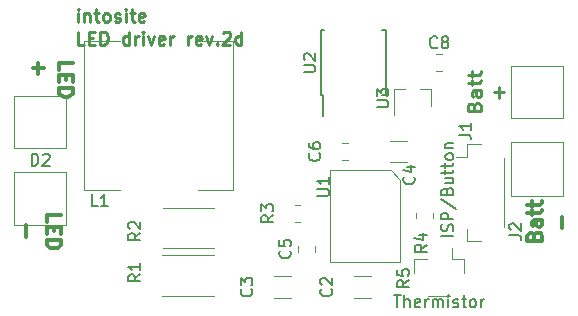
<source format=gbr>
%TF.GenerationSoftware,KiCad,Pcbnew,(5.1.9)-1*%
%TF.CreationDate,2021-04-21T23:55:58+08:00*%
%TF.ProjectId,xhp70-driver,78687037-302d-4647-9269-7665722e6b69,rev?*%
%TF.SameCoordinates,Original*%
%TF.FileFunction,Legend,Top*%
%TF.FilePolarity,Positive*%
%FSLAX46Y46*%
G04 Gerber Fmt 4.6, Leading zero omitted, Abs format (unit mm)*
G04 Created by KiCad (PCBNEW (5.1.9)-1) date 2021-04-21 23:55:58*
%MOMM*%
%LPD*%
G01*
G04 APERTURE LIST*
%ADD10C,0.275000*%
%ADD11C,0.312500*%
%ADD12C,0.200000*%
%ADD13C,0.120000*%
%ADD14C,0.150000*%
G04 APERTURE END LIST*
D10*
X117690654Y-52535119D02*
X117690654Y-51801785D01*
X117690654Y-51435119D02*
X117638273Y-51487500D01*
X117690654Y-51539880D01*
X117743035Y-51487500D01*
X117690654Y-51435119D01*
X117690654Y-51539880D01*
X118214464Y-51801785D02*
X118214464Y-52535119D01*
X118214464Y-51906547D02*
X118266845Y-51854166D01*
X118371607Y-51801785D01*
X118528750Y-51801785D01*
X118633511Y-51854166D01*
X118685892Y-51958928D01*
X118685892Y-52535119D01*
X119052559Y-51801785D02*
X119471607Y-51801785D01*
X119209702Y-51435119D02*
X119209702Y-52377976D01*
X119262083Y-52482738D01*
X119366845Y-52535119D01*
X119471607Y-52535119D01*
X119995416Y-52535119D02*
X119890654Y-52482738D01*
X119838273Y-52430357D01*
X119785892Y-52325595D01*
X119785892Y-52011309D01*
X119838273Y-51906547D01*
X119890654Y-51854166D01*
X119995416Y-51801785D01*
X120152559Y-51801785D01*
X120257321Y-51854166D01*
X120309702Y-51906547D01*
X120362083Y-52011309D01*
X120362083Y-52325595D01*
X120309702Y-52430357D01*
X120257321Y-52482738D01*
X120152559Y-52535119D01*
X119995416Y-52535119D01*
X120781130Y-52482738D02*
X120885892Y-52535119D01*
X121095416Y-52535119D01*
X121200178Y-52482738D01*
X121252559Y-52377976D01*
X121252559Y-52325595D01*
X121200178Y-52220833D01*
X121095416Y-52168452D01*
X120938273Y-52168452D01*
X120833511Y-52116071D01*
X120781130Y-52011309D01*
X120781130Y-51958928D01*
X120833511Y-51854166D01*
X120938273Y-51801785D01*
X121095416Y-51801785D01*
X121200178Y-51854166D01*
X121723988Y-52535119D02*
X121723988Y-51801785D01*
X121723988Y-51435119D02*
X121671607Y-51487500D01*
X121723988Y-51539880D01*
X121776369Y-51487500D01*
X121723988Y-51435119D01*
X121723988Y-51539880D01*
X122090654Y-51801785D02*
X122509702Y-51801785D01*
X122247797Y-51435119D02*
X122247797Y-52377976D01*
X122300178Y-52482738D01*
X122404940Y-52535119D01*
X122509702Y-52535119D01*
X123295416Y-52482738D02*
X123190654Y-52535119D01*
X122981130Y-52535119D01*
X122876369Y-52482738D01*
X122823988Y-52377976D01*
X122823988Y-51958928D01*
X122876369Y-51854166D01*
X122981130Y-51801785D01*
X123190654Y-51801785D01*
X123295416Y-51854166D01*
X123347797Y-51958928D01*
X123347797Y-52063690D01*
X122823988Y-52168452D01*
X118214464Y-54460119D02*
X117690654Y-54460119D01*
X117690654Y-53360119D01*
X118581130Y-53883928D02*
X118947797Y-53883928D01*
X119104940Y-54460119D02*
X118581130Y-54460119D01*
X118581130Y-53360119D01*
X119104940Y-53360119D01*
X119576369Y-54460119D02*
X119576369Y-53360119D01*
X119838273Y-53360119D01*
X119995416Y-53412500D01*
X120100178Y-53517261D01*
X120152559Y-53622023D01*
X120204940Y-53831547D01*
X120204940Y-53988690D01*
X120152559Y-54198214D01*
X120100178Y-54302976D01*
X119995416Y-54407738D01*
X119838273Y-54460119D01*
X119576369Y-54460119D01*
X121985892Y-54460119D02*
X121985892Y-53360119D01*
X121985892Y-54407738D02*
X121881130Y-54460119D01*
X121671607Y-54460119D01*
X121566845Y-54407738D01*
X121514464Y-54355357D01*
X121462083Y-54250595D01*
X121462083Y-53936309D01*
X121514464Y-53831547D01*
X121566845Y-53779166D01*
X121671607Y-53726785D01*
X121881130Y-53726785D01*
X121985892Y-53779166D01*
X122509702Y-54460119D02*
X122509702Y-53726785D01*
X122509702Y-53936309D02*
X122562083Y-53831547D01*
X122614464Y-53779166D01*
X122719226Y-53726785D01*
X122823988Y-53726785D01*
X123190654Y-54460119D02*
X123190654Y-53726785D01*
X123190654Y-53360119D02*
X123138273Y-53412500D01*
X123190654Y-53464880D01*
X123243035Y-53412500D01*
X123190654Y-53360119D01*
X123190654Y-53464880D01*
X123609702Y-53726785D02*
X123871607Y-54460119D01*
X124133511Y-53726785D01*
X124971607Y-54407738D02*
X124866845Y-54460119D01*
X124657321Y-54460119D01*
X124552559Y-54407738D01*
X124500178Y-54302976D01*
X124500178Y-53883928D01*
X124552559Y-53779166D01*
X124657321Y-53726785D01*
X124866845Y-53726785D01*
X124971607Y-53779166D01*
X125023988Y-53883928D01*
X125023988Y-53988690D01*
X124500178Y-54093452D01*
X125495416Y-54460119D02*
X125495416Y-53726785D01*
X125495416Y-53936309D02*
X125547797Y-53831547D01*
X125600178Y-53779166D01*
X125704940Y-53726785D01*
X125809702Y-53726785D01*
X127014464Y-54460119D02*
X127014464Y-53726785D01*
X127014464Y-53936309D02*
X127066845Y-53831547D01*
X127119226Y-53779166D01*
X127223988Y-53726785D01*
X127328750Y-53726785D01*
X128114464Y-54407738D02*
X128009702Y-54460119D01*
X127800178Y-54460119D01*
X127695416Y-54407738D01*
X127643035Y-54302976D01*
X127643035Y-53883928D01*
X127695416Y-53779166D01*
X127800178Y-53726785D01*
X128009702Y-53726785D01*
X128114464Y-53779166D01*
X128166845Y-53883928D01*
X128166845Y-53988690D01*
X127643035Y-54093452D01*
X128533511Y-53726785D02*
X128795416Y-54460119D01*
X129057321Y-53726785D01*
X129476369Y-54355357D02*
X129528750Y-54407738D01*
X129476369Y-54460119D01*
X129423988Y-54407738D01*
X129476369Y-54355357D01*
X129476369Y-54460119D01*
X129947797Y-53464880D02*
X130000178Y-53412500D01*
X130104940Y-53360119D01*
X130366845Y-53360119D01*
X130471607Y-53412500D01*
X130523988Y-53464880D01*
X130576369Y-53569642D01*
X130576369Y-53674404D01*
X130523988Y-53831547D01*
X129895416Y-54460119D01*
X130576369Y-54460119D01*
X131519226Y-54460119D02*
X131519226Y-53360119D01*
X131519226Y-54407738D02*
X131414464Y-54460119D01*
X131204940Y-54460119D01*
X131100178Y-54407738D01*
X131047797Y-54355357D01*
X130995416Y-54250595D01*
X130995416Y-53936309D01*
X131047797Y-53831547D01*
X131100178Y-53779166D01*
X131204940Y-53726785D01*
X131414464Y-53726785D01*
X131519226Y-53779166D01*
X151208928Y-59690476D02*
X151261309Y-59511904D01*
X151313690Y-59452380D01*
X151418452Y-59392857D01*
X151575595Y-59392857D01*
X151680357Y-59452380D01*
X151732738Y-59511904D01*
X151785119Y-59630952D01*
X151785119Y-60107142D01*
X150685119Y-60107142D01*
X150685119Y-59690476D01*
X150737500Y-59571428D01*
X150789880Y-59511904D01*
X150894642Y-59452380D01*
X150999404Y-59452380D01*
X151104166Y-59511904D01*
X151156547Y-59571428D01*
X151208928Y-59690476D01*
X151208928Y-60107142D01*
X151785119Y-58321428D02*
X151208928Y-58321428D01*
X151104166Y-58380952D01*
X151051785Y-58500000D01*
X151051785Y-58738095D01*
X151104166Y-58857142D01*
X151732738Y-58321428D02*
X151785119Y-58440476D01*
X151785119Y-58738095D01*
X151732738Y-58857142D01*
X151627976Y-58916666D01*
X151523214Y-58916666D01*
X151418452Y-58857142D01*
X151366071Y-58738095D01*
X151366071Y-58440476D01*
X151313690Y-58321428D01*
X151051785Y-57904761D02*
X151051785Y-57428571D01*
X150685119Y-57726190D02*
X151627976Y-57726190D01*
X151732738Y-57666666D01*
X151785119Y-57547619D01*
X151785119Y-57428571D01*
X151051785Y-57190476D02*
X151051785Y-56714285D01*
X150685119Y-57011904D02*
X151627976Y-57011904D01*
X151732738Y-56952380D01*
X151785119Y-56833333D01*
X151785119Y-56714285D01*
X153291071Y-58976190D02*
X153291071Y-58023809D01*
X153710119Y-58500000D02*
X152872023Y-58500000D01*
D11*
X156316964Y-70690476D02*
X156376488Y-70511904D01*
X156436011Y-70452380D01*
X156555059Y-70392857D01*
X156733630Y-70392857D01*
X156852678Y-70452380D01*
X156912202Y-70511904D01*
X156971726Y-70630952D01*
X156971726Y-71107142D01*
X155721726Y-71107142D01*
X155721726Y-70690476D01*
X155781250Y-70571428D01*
X155840773Y-70511904D01*
X155959821Y-70452380D01*
X156078869Y-70452380D01*
X156197916Y-70511904D01*
X156257440Y-70571428D01*
X156316964Y-70690476D01*
X156316964Y-71107142D01*
X156971726Y-69321428D02*
X156316964Y-69321428D01*
X156197916Y-69380952D01*
X156138392Y-69500000D01*
X156138392Y-69738095D01*
X156197916Y-69857142D01*
X156912202Y-69321428D02*
X156971726Y-69440476D01*
X156971726Y-69738095D01*
X156912202Y-69857142D01*
X156793154Y-69916666D01*
X156674107Y-69916666D01*
X156555059Y-69857142D01*
X156495535Y-69738095D01*
X156495535Y-69440476D01*
X156436011Y-69321428D01*
X156138392Y-68904761D02*
X156138392Y-68428571D01*
X155721726Y-68726190D02*
X156793154Y-68726190D01*
X156912202Y-68666666D01*
X156971726Y-68547619D01*
X156971726Y-68428571D01*
X156138392Y-68190476D02*
X156138392Y-67714285D01*
X155721726Y-68011904D02*
X156793154Y-68011904D01*
X156912202Y-67952380D01*
X156971726Y-67833333D01*
X156971726Y-67714285D01*
X158683035Y-69976190D02*
X158683035Y-69023809D01*
D12*
X149452380Y-70678571D02*
X148452380Y-70678571D01*
X149404761Y-70250000D02*
X149452380Y-70107142D01*
X149452380Y-69869047D01*
X149404761Y-69773809D01*
X149357142Y-69726190D01*
X149261904Y-69678571D01*
X149166666Y-69678571D01*
X149071428Y-69726190D01*
X149023809Y-69773809D01*
X148976190Y-69869047D01*
X148928571Y-70059523D01*
X148880952Y-70154761D01*
X148833333Y-70202380D01*
X148738095Y-70250000D01*
X148642857Y-70250000D01*
X148547619Y-70202380D01*
X148500000Y-70154761D01*
X148452380Y-70059523D01*
X148452380Y-69821428D01*
X148500000Y-69678571D01*
X149452380Y-69250000D02*
X148452380Y-69250000D01*
X148452380Y-68869047D01*
X148500000Y-68773809D01*
X148547619Y-68726190D01*
X148642857Y-68678571D01*
X148785714Y-68678571D01*
X148880952Y-68726190D01*
X148928571Y-68773809D01*
X148976190Y-68869047D01*
X148976190Y-69250000D01*
X148404761Y-67535714D02*
X149690476Y-68392857D01*
X148928571Y-66869047D02*
X148976190Y-66726190D01*
X149023809Y-66678571D01*
X149119047Y-66630952D01*
X149261904Y-66630952D01*
X149357142Y-66678571D01*
X149404761Y-66726190D01*
X149452380Y-66821428D01*
X149452380Y-67202380D01*
X148452380Y-67202380D01*
X148452380Y-66869047D01*
X148500000Y-66773809D01*
X148547619Y-66726190D01*
X148642857Y-66678571D01*
X148738095Y-66678571D01*
X148833333Y-66726190D01*
X148880952Y-66773809D01*
X148928571Y-66869047D01*
X148928571Y-67202380D01*
X148785714Y-65773809D02*
X149452380Y-65773809D01*
X148785714Y-66202380D02*
X149309523Y-66202380D01*
X149404761Y-66154761D01*
X149452380Y-66059523D01*
X149452380Y-65916666D01*
X149404761Y-65821428D01*
X149357142Y-65773809D01*
X148785714Y-65440476D02*
X148785714Y-65059523D01*
X148452380Y-65297619D02*
X149309523Y-65297619D01*
X149404761Y-65250000D01*
X149452380Y-65154761D01*
X149452380Y-65059523D01*
X148785714Y-64869047D02*
X148785714Y-64488095D01*
X148452380Y-64726190D02*
X149309523Y-64726190D01*
X149404761Y-64678571D01*
X149452380Y-64583333D01*
X149452380Y-64488095D01*
X149452380Y-64011904D02*
X149404761Y-64107142D01*
X149357142Y-64154761D01*
X149261904Y-64202380D01*
X148976190Y-64202380D01*
X148880952Y-64154761D01*
X148833333Y-64107142D01*
X148785714Y-64011904D01*
X148785714Y-63869047D01*
X148833333Y-63773809D01*
X148880952Y-63726190D01*
X148976190Y-63678571D01*
X149261904Y-63678571D01*
X149357142Y-63726190D01*
X149404761Y-63773809D01*
X149452380Y-63869047D01*
X149452380Y-64011904D01*
X148785714Y-63250000D02*
X149452380Y-63250000D01*
X148880952Y-63250000D02*
X148833333Y-63202380D01*
X148785714Y-63107142D01*
X148785714Y-62964285D01*
X148833333Y-62869047D01*
X148928571Y-62821428D01*
X149452380Y-62821428D01*
X144416666Y-75702380D02*
X144988095Y-75702380D01*
X144702380Y-76702380D02*
X144702380Y-75702380D01*
X145321428Y-76702380D02*
X145321428Y-75702380D01*
X145750000Y-76702380D02*
X145750000Y-76178571D01*
X145702380Y-76083333D01*
X145607142Y-76035714D01*
X145464285Y-76035714D01*
X145369047Y-76083333D01*
X145321428Y-76130952D01*
X146607142Y-76654761D02*
X146511904Y-76702380D01*
X146321428Y-76702380D01*
X146226190Y-76654761D01*
X146178571Y-76559523D01*
X146178571Y-76178571D01*
X146226190Y-76083333D01*
X146321428Y-76035714D01*
X146511904Y-76035714D01*
X146607142Y-76083333D01*
X146654761Y-76178571D01*
X146654761Y-76273809D01*
X146178571Y-76369047D01*
X147083333Y-76702380D02*
X147083333Y-76035714D01*
X147083333Y-76226190D02*
X147130952Y-76130952D01*
X147178571Y-76083333D01*
X147273809Y-76035714D01*
X147369047Y-76035714D01*
X147702380Y-76702380D02*
X147702380Y-76035714D01*
X147702380Y-76130952D02*
X147750000Y-76083333D01*
X147845238Y-76035714D01*
X147988095Y-76035714D01*
X148083333Y-76083333D01*
X148130952Y-76178571D01*
X148130952Y-76702380D01*
X148130952Y-76178571D02*
X148178571Y-76083333D01*
X148273809Y-76035714D01*
X148416666Y-76035714D01*
X148511904Y-76083333D01*
X148559523Y-76178571D01*
X148559523Y-76702380D01*
X149035714Y-76702380D02*
X149035714Y-76035714D01*
X149035714Y-75702380D02*
X148988095Y-75750000D01*
X149035714Y-75797619D01*
X149083333Y-75750000D01*
X149035714Y-75702380D01*
X149035714Y-75797619D01*
X149464285Y-76654761D02*
X149559523Y-76702380D01*
X149750000Y-76702380D01*
X149845238Y-76654761D01*
X149892857Y-76559523D01*
X149892857Y-76511904D01*
X149845238Y-76416666D01*
X149750000Y-76369047D01*
X149607142Y-76369047D01*
X149511904Y-76321428D01*
X149464285Y-76226190D01*
X149464285Y-76178571D01*
X149511904Y-76083333D01*
X149607142Y-76035714D01*
X149750000Y-76035714D01*
X149845238Y-76083333D01*
X150178571Y-76035714D02*
X150559523Y-76035714D01*
X150321428Y-75702380D02*
X150321428Y-76559523D01*
X150369047Y-76654761D01*
X150464285Y-76702380D01*
X150559523Y-76702380D01*
X151035714Y-76702380D02*
X150940476Y-76654761D01*
X150892857Y-76607142D01*
X150845238Y-76511904D01*
X150845238Y-76226190D01*
X150892857Y-76130952D01*
X150940476Y-76083333D01*
X151035714Y-76035714D01*
X151178571Y-76035714D01*
X151273809Y-76083333D01*
X151321428Y-76130952D01*
X151369047Y-76226190D01*
X151369047Y-76511904D01*
X151321428Y-76607142D01*
X151273809Y-76654761D01*
X151178571Y-76702380D01*
X151035714Y-76702380D01*
X151797619Y-76702380D02*
X151797619Y-76035714D01*
X151797619Y-76226190D02*
X151845238Y-76130952D01*
X151892857Y-76083333D01*
X151988095Y-76035714D01*
X152083333Y-76035714D01*
D11*
X116028273Y-56595982D02*
X116028273Y-56000744D01*
X117278273Y-56000744D01*
X116683035Y-57012648D02*
X116683035Y-57429315D01*
X116028273Y-57607886D02*
X116028273Y-57012648D01*
X117278273Y-57012648D01*
X117278273Y-57607886D01*
X116028273Y-58143601D02*
X117278273Y-58143601D01*
X117278273Y-58441220D01*
X117218750Y-58619791D01*
X117099702Y-58738839D01*
X116980654Y-58798363D01*
X116742559Y-58857886D01*
X116563988Y-58857886D01*
X116325892Y-58798363D01*
X116206845Y-58738839D01*
X116087797Y-58619791D01*
X116028273Y-58441220D01*
X116028273Y-58143601D01*
X114316964Y-56000744D02*
X114316964Y-56953125D01*
X113840773Y-56476934D02*
X114793154Y-56476934D01*
X115028273Y-69446428D02*
X115028273Y-68851190D01*
X116278273Y-68851190D01*
X115683035Y-69863095D02*
X115683035Y-70279761D01*
X115028273Y-70458333D02*
X115028273Y-69863095D01*
X116278273Y-69863095D01*
X116278273Y-70458333D01*
X115028273Y-70994047D02*
X116278273Y-70994047D01*
X116278273Y-71291666D01*
X116218750Y-71470238D01*
X116099702Y-71589285D01*
X115980654Y-71648809D01*
X115742559Y-71708333D01*
X115563988Y-71708333D01*
X115325892Y-71648809D01*
X115206845Y-71589285D01*
X115087797Y-71470238D01*
X115028273Y-71291666D01*
X115028273Y-70994047D01*
X113316964Y-69773809D02*
X113316964Y-70726190D01*
D13*
%TO.C,D2*%
X112299999Y-65250000D02*
X112299999Y-69750000D01*
X116699999Y-65250000D02*
X116699999Y-69750000D01*
X116699999Y-69750000D02*
X112299999Y-69750000D01*
X116699999Y-65250000D02*
X112299999Y-65250000D01*
X112299999Y-58800000D02*
X116699999Y-58800000D01*
X112299999Y-63200000D02*
X112299999Y-58800000D01*
X116699999Y-63200000D02*
X112299999Y-63200000D01*
X116699999Y-58800000D02*
X116699999Y-63200000D01*
%TO.C,U3*%
X147580000Y-58240000D02*
X147580000Y-59700000D01*
X144420000Y-58240000D02*
X144420000Y-60400000D01*
X144420000Y-58240000D02*
X145350000Y-58240000D01*
X147580000Y-58240000D02*
X146650000Y-58240000D01*
%TO.C,C8*%
X147988748Y-56735000D02*
X148511252Y-56735000D01*
X147988748Y-55265000D02*
X148511252Y-55265000D01*
%TO.C,J2*%
X153760000Y-64060000D02*
X153760000Y-69940000D01*
X150640000Y-71110000D02*
X150640000Y-70060000D01*
X151790000Y-71110000D02*
X150640000Y-71110000D01*
X150640000Y-63940000D02*
X149650000Y-63940000D01*
X150640000Y-62890000D02*
X150640000Y-63940000D01*
X151790000Y-62890000D02*
X150640000Y-62890000D01*
D14*
%TO.C,U2*%
X138450000Y-58750000D02*
X138450000Y-60500000D01*
X143755000Y-58750000D02*
X143755000Y-53250000D01*
X138245000Y-58750000D02*
X138245000Y-53250000D01*
X143755000Y-58750000D02*
X143455000Y-58750000D01*
X143755000Y-53250000D02*
X143455000Y-53250000D01*
X138245000Y-53250000D02*
X138545000Y-53250000D01*
X138245000Y-58750000D02*
X138450000Y-58750000D01*
D13*
%TO.C,U1*%
X139050000Y-65100000D02*
X144150000Y-65100000D01*
X139050000Y-72900000D02*
X139050000Y-65100000D01*
X144950000Y-72900000D02*
X139050000Y-72900000D01*
X144950000Y-65900000D02*
X144950000Y-72900000D01*
X144150000Y-65100000D02*
X144950000Y-65900000D01*
%TO.C,R5*%
X149190000Y-75760000D02*
X147310000Y-75760000D01*
X146140000Y-72640000D02*
X147190000Y-72640000D01*
X146140000Y-73790000D02*
X146140000Y-72640000D01*
X149310000Y-72640000D02*
X149310000Y-71650000D01*
X150360000Y-72640000D02*
X149310000Y-72640000D01*
X150360000Y-73790000D02*
X150360000Y-72640000D01*
%TO.C,R4*%
X147735000Y-69139564D02*
X147735000Y-68685436D01*
X146265000Y-69139564D02*
X146265000Y-68685436D01*
%TO.C,R3*%
X136022936Y-69485000D02*
X136477064Y-69485000D01*
X136022936Y-68015000D02*
X136477064Y-68015000D01*
%TO.C,R2*%
X129214564Y-68290000D02*
X124860436Y-68290000D01*
X129214564Y-71710000D02*
X124860436Y-71710000D01*
%TO.C,R1*%
X129177064Y-72290000D02*
X124822936Y-72290000D01*
X129177064Y-75710000D02*
X124822936Y-75710000D01*
%TO.C,L1*%
X118200000Y-54150000D02*
X121200000Y-54150000D01*
X118200000Y-66750000D02*
X118200000Y-54150000D01*
X121200000Y-66750000D02*
X118200000Y-66750000D01*
X130800000Y-66750000D02*
X127800000Y-66750000D01*
X130800000Y-54150000D02*
X130800000Y-66750000D01*
X127800000Y-54150000D02*
X130800000Y-54150000D01*
%TO.C,J1*%
X154300000Y-62750000D02*
X154300000Y-67250000D01*
X158700000Y-62750000D02*
X158700000Y-67250000D01*
X158700000Y-67250000D02*
X154300000Y-67250000D01*
X158700000Y-62750000D02*
X154300000Y-62750000D01*
X154300000Y-56300000D02*
X158700000Y-56300000D01*
X154300000Y-60700000D02*
X154300000Y-56300000D01*
X158700000Y-60700000D02*
X154300000Y-60700000D01*
X158700000Y-56300000D02*
X158700000Y-60700000D01*
%TO.C,C6*%
X140561252Y-62765000D02*
X140038748Y-62765000D01*
X140561252Y-64235000D02*
X140038748Y-64235000D01*
%TO.C,C5*%
X136265000Y-71488748D02*
X136265000Y-72011252D01*
X137735000Y-71488748D02*
X137735000Y-72011252D01*
%TO.C,C4*%
X144101248Y-64410000D02*
X145523752Y-64410000D01*
X144101248Y-62590000D02*
X145523752Y-62590000D01*
%TO.C,C3*%
X134288748Y-75910000D02*
X135711252Y-75910000D01*
X134288748Y-74090000D02*
X135711252Y-74090000D01*
%TO.C,C2*%
X141038748Y-75910000D02*
X142461252Y-75910000D01*
X141038748Y-74090000D02*
X142461252Y-74090000D01*
%TO.C,D2*%
D14*
X113761903Y-64702380D02*
X113761903Y-63702380D01*
X113999999Y-63702380D01*
X114142856Y-63750000D01*
X114238094Y-63845238D01*
X114285713Y-63940476D01*
X114333332Y-64130952D01*
X114333332Y-64273809D01*
X114285713Y-64464285D01*
X114238094Y-64559523D01*
X114142856Y-64654761D01*
X113999999Y-64702380D01*
X113761903Y-64702380D01*
X114714284Y-63797619D02*
X114761903Y-63750000D01*
X114857141Y-63702380D01*
X115095237Y-63702380D01*
X115190475Y-63750000D01*
X115238094Y-63797619D01*
X115285713Y-63892857D01*
X115285713Y-63988095D01*
X115238094Y-64130952D01*
X114666665Y-64702380D01*
X115285713Y-64702380D01*
%TO.C,U3*%
X142952380Y-59761904D02*
X143761904Y-59761904D01*
X143857142Y-59714285D01*
X143904761Y-59666666D01*
X143952380Y-59571428D01*
X143952380Y-59380952D01*
X143904761Y-59285714D01*
X143857142Y-59238095D01*
X143761904Y-59190476D01*
X142952380Y-59190476D01*
X142952380Y-58809523D02*
X142952380Y-58190476D01*
X143333333Y-58523809D01*
X143333333Y-58380952D01*
X143380952Y-58285714D01*
X143428571Y-58238095D01*
X143523809Y-58190476D01*
X143761904Y-58190476D01*
X143857142Y-58238095D01*
X143904761Y-58285714D01*
X143952380Y-58380952D01*
X143952380Y-58666666D01*
X143904761Y-58761904D01*
X143857142Y-58809523D01*
%TO.C,C8*%
X148083333Y-54677142D02*
X148035714Y-54724761D01*
X147892857Y-54772380D01*
X147797619Y-54772380D01*
X147654761Y-54724761D01*
X147559523Y-54629523D01*
X147511904Y-54534285D01*
X147464285Y-54343809D01*
X147464285Y-54200952D01*
X147511904Y-54010476D01*
X147559523Y-53915238D01*
X147654761Y-53820000D01*
X147797619Y-53772380D01*
X147892857Y-53772380D01*
X148035714Y-53820000D01*
X148083333Y-53867619D01*
X148654761Y-54200952D02*
X148559523Y-54153333D01*
X148511904Y-54105714D01*
X148464285Y-54010476D01*
X148464285Y-53962857D01*
X148511904Y-53867619D01*
X148559523Y-53820000D01*
X148654761Y-53772380D01*
X148845238Y-53772380D01*
X148940476Y-53820000D01*
X148988095Y-53867619D01*
X149035714Y-53962857D01*
X149035714Y-54010476D01*
X148988095Y-54105714D01*
X148940476Y-54153333D01*
X148845238Y-54200952D01*
X148654761Y-54200952D01*
X148559523Y-54248571D01*
X148511904Y-54296190D01*
X148464285Y-54391428D01*
X148464285Y-54581904D01*
X148511904Y-54677142D01*
X148559523Y-54724761D01*
X148654761Y-54772380D01*
X148845238Y-54772380D01*
X148940476Y-54724761D01*
X148988095Y-54677142D01*
X149035714Y-54581904D01*
X149035714Y-54391428D01*
X148988095Y-54296190D01*
X148940476Y-54248571D01*
X148845238Y-54200952D01*
%TO.C,J2*%
X154202380Y-70583333D02*
X154916666Y-70583333D01*
X155059523Y-70630952D01*
X155154761Y-70726190D01*
X155202380Y-70869047D01*
X155202380Y-70964285D01*
X154297619Y-70154761D02*
X154250000Y-70107142D01*
X154202380Y-70011904D01*
X154202380Y-69773809D01*
X154250000Y-69678571D01*
X154297619Y-69630952D01*
X154392857Y-69583333D01*
X154488095Y-69583333D01*
X154630952Y-69630952D01*
X155202380Y-70202380D01*
X155202380Y-69583333D01*
%TO.C,U2*%
X136772380Y-56761904D02*
X137581904Y-56761904D01*
X137677142Y-56714285D01*
X137724761Y-56666666D01*
X137772380Y-56571428D01*
X137772380Y-56380952D01*
X137724761Y-56285714D01*
X137677142Y-56238095D01*
X137581904Y-56190476D01*
X136772380Y-56190476D01*
X136867619Y-55761904D02*
X136820000Y-55714285D01*
X136772380Y-55619047D01*
X136772380Y-55380952D01*
X136820000Y-55285714D01*
X136867619Y-55238095D01*
X136962857Y-55190476D01*
X137058095Y-55190476D01*
X137200952Y-55238095D01*
X137772380Y-55809523D01*
X137772380Y-55190476D01*
%TO.C,U1*%
X137952380Y-67261904D02*
X138761904Y-67261904D01*
X138857142Y-67214285D01*
X138904761Y-67166666D01*
X138952380Y-67071428D01*
X138952380Y-66880952D01*
X138904761Y-66785714D01*
X138857142Y-66738095D01*
X138761904Y-66690476D01*
X137952380Y-66690476D01*
X138952380Y-65690476D02*
X138952380Y-66261904D01*
X138952380Y-65976190D02*
X137952380Y-65976190D01*
X138095238Y-66071428D01*
X138190476Y-66166666D01*
X138238095Y-66261904D01*
%TO.C,R5*%
X145702380Y-74416666D02*
X145226190Y-74750000D01*
X145702380Y-74988095D02*
X144702380Y-74988095D01*
X144702380Y-74607142D01*
X144750000Y-74511904D01*
X144797619Y-74464285D01*
X144892857Y-74416666D01*
X145035714Y-74416666D01*
X145130952Y-74464285D01*
X145178571Y-74511904D01*
X145226190Y-74607142D01*
X145226190Y-74988095D01*
X144702380Y-73511904D02*
X144702380Y-73988095D01*
X145178571Y-74035714D01*
X145130952Y-73988095D01*
X145083333Y-73892857D01*
X145083333Y-73654761D01*
X145130952Y-73559523D01*
X145178571Y-73511904D01*
X145273809Y-73464285D01*
X145511904Y-73464285D01*
X145607142Y-73511904D01*
X145654761Y-73559523D01*
X145702380Y-73654761D01*
X145702380Y-73892857D01*
X145654761Y-73988095D01*
X145607142Y-74035714D01*
%TO.C,R4*%
X147202380Y-71416666D02*
X146726190Y-71750000D01*
X147202380Y-71988095D02*
X146202380Y-71988095D01*
X146202380Y-71607142D01*
X146250000Y-71511904D01*
X146297619Y-71464285D01*
X146392857Y-71416666D01*
X146535714Y-71416666D01*
X146630952Y-71464285D01*
X146678571Y-71511904D01*
X146726190Y-71607142D01*
X146726190Y-71988095D01*
X146535714Y-70559523D02*
X147202380Y-70559523D01*
X146154761Y-70797619D02*
X146869047Y-71035714D01*
X146869047Y-70416666D01*
%TO.C,R3*%
X134202380Y-68916666D02*
X133726190Y-69250000D01*
X134202380Y-69488095D02*
X133202380Y-69488095D01*
X133202380Y-69107142D01*
X133250000Y-69011904D01*
X133297619Y-68964285D01*
X133392857Y-68916666D01*
X133535714Y-68916666D01*
X133630952Y-68964285D01*
X133678571Y-69011904D01*
X133726190Y-69107142D01*
X133726190Y-69488095D01*
X133202380Y-68583333D02*
X133202380Y-67964285D01*
X133583333Y-68297619D01*
X133583333Y-68154761D01*
X133630952Y-68059523D01*
X133678571Y-68011904D01*
X133773809Y-67964285D01*
X134011904Y-67964285D01*
X134107142Y-68011904D01*
X134154761Y-68059523D01*
X134202380Y-68154761D01*
X134202380Y-68440476D01*
X134154761Y-68535714D01*
X134107142Y-68583333D01*
%TO.C,R2*%
X122952380Y-70416666D02*
X122476190Y-70750000D01*
X122952380Y-70988095D02*
X121952380Y-70988095D01*
X121952380Y-70607142D01*
X122000000Y-70511904D01*
X122047619Y-70464285D01*
X122142857Y-70416666D01*
X122285714Y-70416666D01*
X122380952Y-70464285D01*
X122428571Y-70511904D01*
X122476190Y-70607142D01*
X122476190Y-70988095D01*
X122047619Y-70035714D02*
X122000000Y-69988095D01*
X121952380Y-69892857D01*
X121952380Y-69654761D01*
X122000000Y-69559523D01*
X122047619Y-69511904D01*
X122142857Y-69464285D01*
X122238095Y-69464285D01*
X122380952Y-69511904D01*
X122952380Y-70083333D01*
X122952380Y-69464285D01*
%TO.C,R1*%
X122952380Y-73916666D02*
X122476190Y-74250000D01*
X122952380Y-74488095D02*
X121952380Y-74488095D01*
X121952380Y-74107142D01*
X122000000Y-74011904D01*
X122047619Y-73964285D01*
X122142857Y-73916666D01*
X122285714Y-73916666D01*
X122380952Y-73964285D01*
X122428571Y-74011904D01*
X122476190Y-74107142D01*
X122476190Y-74488095D01*
X122952380Y-72964285D02*
X122952380Y-73535714D01*
X122952380Y-73250000D02*
X121952380Y-73250000D01*
X122095238Y-73345238D01*
X122190476Y-73440476D01*
X122238095Y-73535714D01*
%TO.C,L1*%
X119333333Y-68152380D02*
X118857142Y-68152380D01*
X118857142Y-67152380D01*
X120190476Y-68152380D02*
X119619047Y-68152380D01*
X119904761Y-68152380D02*
X119904761Y-67152380D01*
X119809523Y-67295238D01*
X119714285Y-67390476D01*
X119619047Y-67438095D01*
%TO.C,J1*%
X149952380Y-62083333D02*
X150666666Y-62083333D01*
X150809523Y-62130952D01*
X150904761Y-62226190D01*
X150952380Y-62369047D01*
X150952380Y-62464285D01*
X150952380Y-61083333D02*
X150952380Y-61654761D01*
X150952380Y-61369047D02*
X149952380Y-61369047D01*
X150095238Y-61464285D01*
X150190476Y-61559523D01*
X150238095Y-61654761D01*
%TO.C,C6*%
X138107142Y-63666666D02*
X138154761Y-63714285D01*
X138202380Y-63857142D01*
X138202380Y-63952380D01*
X138154761Y-64095238D01*
X138059523Y-64190476D01*
X137964285Y-64238095D01*
X137773809Y-64285714D01*
X137630952Y-64285714D01*
X137440476Y-64238095D01*
X137345238Y-64190476D01*
X137250000Y-64095238D01*
X137202380Y-63952380D01*
X137202380Y-63857142D01*
X137250000Y-63714285D01*
X137297619Y-63666666D01*
X137202380Y-62809523D02*
X137202380Y-63000000D01*
X137250000Y-63095238D01*
X137297619Y-63142857D01*
X137440476Y-63238095D01*
X137630952Y-63285714D01*
X138011904Y-63285714D01*
X138107142Y-63238095D01*
X138154761Y-63190476D01*
X138202380Y-63095238D01*
X138202380Y-62904761D01*
X138154761Y-62809523D01*
X138107142Y-62761904D01*
X138011904Y-62714285D01*
X137773809Y-62714285D01*
X137678571Y-62761904D01*
X137630952Y-62809523D01*
X137583333Y-62904761D01*
X137583333Y-63095238D01*
X137630952Y-63190476D01*
X137678571Y-63238095D01*
X137773809Y-63285714D01*
%TO.C,C5*%
X135607142Y-71916666D02*
X135654761Y-71964285D01*
X135702380Y-72107142D01*
X135702380Y-72202380D01*
X135654761Y-72345238D01*
X135559523Y-72440476D01*
X135464285Y-72488095D01*
X135273809Y-72535714D01*
X135130952Y-72535714D01*
X134940476Y-72488095D01*
X134845238Y-72440476D01*
X134750000Y-72345238D01*
X134702380Y-72202380D01*
X134702380Y-72107142D01*
X134750000Y-71964285D01*
X134797619Y-71916666D01*
X134702380Y-71011904D02*
X134702380Y-71488095D01*
X135178571Y-71535714D01*
X135130952Y-71488095D01*
X135083333Y-71392857D01*
X135083333Y-71154761D01*
X135130952Y-71059523D01*
X135178571Y-71011904D01*
X135273809Y-70964285D01*
X135511904Y-70964285D01*
X135607142Y-71011904D01*
X135654761Y-71059523D01*
X135702380Y-71154761D01*
X135702380Y-71392857D01*
X135654761Y-71488095D01*
X135607142Y-71535714D01*
%TO.C,C4*%
X146107142Y-65666666D02*
X146154761Y-65714285D01*
X146202380Y-65857142D01*
X146202380Y-65952380D01*
X146154761Y-66095238D01*
X146059523Y-66190476D01*
X145964285Y-66238095D01*
X145773809Y-66285714D01*
X145630952Y-66285714D01*
X145440476Y-66238095D01*
X145345238Y-66190476D01*
X145250000Y-66095238D01*
X145202380Y-65952380D01*
X145202380Y-65857142D01*
X145250000Y-65714285D01*
X145297619Y-65666666D01*
X145535714Y-64809523D02*
X146202380Y-64809523D01*
X145154761Y-65047619D02*
X145869047Y-65285714D01*
X145869047Y-64666666D01*
%TO.C,C3*%
X132357142Y-75166666D02*
X132404761Y-75214285D01*
X132452380Y-75357142D01*
X132452380Y-75452380D01*
X132404761Y-75595238D01*
X132309523Y-75690476D01*
X132214285Y-75738095D01*
X132023809Y-75785714D01*
X131880952Y-75785714D01*
X131690476Y-75738095D01*
X131595238Y-75690476D01*
X131500000Y-75595238D01*
X131452380Y-75452380D01*
X131452380Y-75357142D01*
X131500000Y-75214285D01*
X131547619Y-75166666D01*
X131452380Y-74833333D02*
X131452380Y-74214285D01*
X131833333Y-74547619D01*
X131833333Y-74404761D01*
X131880952Y-74309523D01*
X131928571Y-74261904D01*
X132023809Y-74214285D01*
X132261904Y-74214285D01*
X132357142Y-74261904D01*
X132404761Y-74309523D01*
X132452380Y-74404761D01*
X132452380Y-74690476D01*
X132404761Y-74785714D01*
X132357142Y-74833333D01*
%TO.C,C2*%
X139107142Y-75166666D02*
X139154761Y-75214285D01*
X139202380Y-75357142D01*
X139202380Y-75452380D01*
X139154761Y-75595238D01*
X139059523Y-75690476D01*
X138964285Y-75738095D01*
X138773809Y-75785714D01*
X138630952Y-75785714D01*
X138440476Y-75738095D01*
X138345238Y-75690476D01*
X138250000Y-75595238D01*
X138202380Y-75452380D01*
X138202380Y-75357142D01*
X138250000Y-75214285D01*
X138297619Y-75166666D01*
X138297619Y-74785714D02*
X138250000Y-74738095D01*
X138202380Y-74642857D01*
X138202380Y-74404761D01*
X138250000Y-74309523D01*
X138297619Y-74261904D01*
X138392857Y-74214285D01*
X138488095Y-74214285D01*
X138630952Y-74261904D01*
X139202380Y-74833333D01*
X139202380Y-74214285D01*
%TD*%
M02*

</source>
